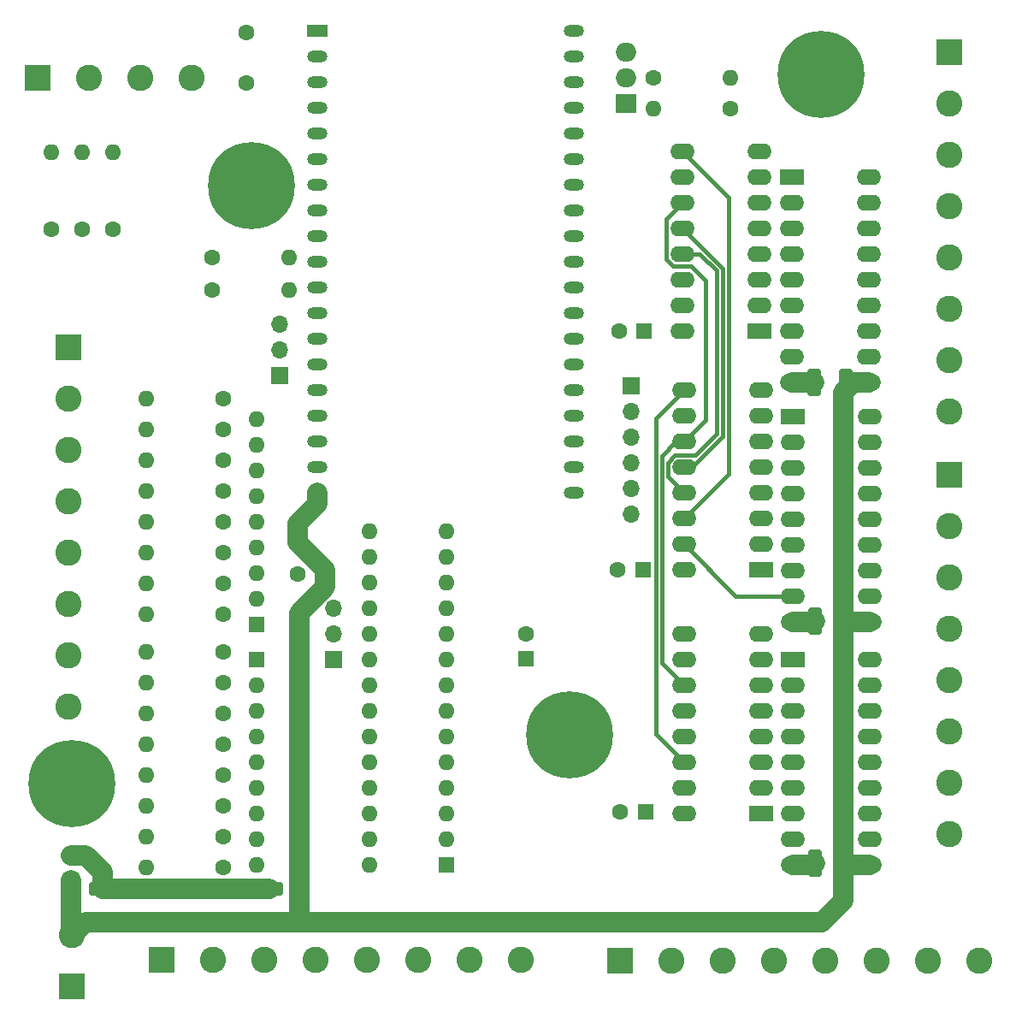
<source format=gbr>
%TF.GenerationSoftware,KiCad,Pcbnew,(7.0.0)*%
%TF.CreationDate,2023-05-27T01:43:55+02:00*%
%TF.ProjectId,workbench,776f726b-6265-46e6-9368-2e6b69636164,rev?*%
%TF.SameCoordinates,Original*%
%TF.FileFunction,Copper,L4,Bot*%
%TF.FilePolarity,Positive*%
%FSLAX46Y46*%
G04 Gerber Fmt 4.6, Leading zero omitted, Abs format (unit mm)*
G04 Created by KiCad (PCBNEW (7.0.0)) date 2023-05-27 01:43:55*
%MOMM*%
%LPD*%
G01*
G04 APERTURE LIST*
G04 Aperture macros list*
%AMRoundRect*
0 Rectangle with rounded corners*
0 $1 Rounding radius*
0 $2 $3 $4 $5 $6 $7 $8 $9 X,Y pos of 4 corners*
0 Add a 4 corners polygon primitive as box body*
4,1,4,$2,$3,$4,$5,$6,$7,$8,$9,$2,$3,0*
0 Add four circle primitives for the rounded corners*
1,1,$1+$1,$2,$3*
1,1,$1+$1,$4,$5*
1,1,$1+$1,$6,$7*
1,1,$1+$1,$8,$9*
0 Add four rect primitives between the rounded corners*
20,1,$1+$1,$2,$3,$4,$5,0*
20,1,$1+$1,$4,$5,$6,$7,0*
20,1,$1+$1,$6,$7,$8,$9,0*
20,1,$1+$1,$8,$9,$2,$3,0*%
G04 Aperture macros list end*
%TA.AperFunction,ComponentPad*%
%ADD10R,1.700000X1.700000*%
%TD*%
%TA.AperFunction,ComponentPad*%
%ADD11O,1.700000X1.700000*%
%TD*%
%TA.AperFunction,ComponentPad*%
%ADD12C,8.600000*%
%TD*%
%TA.AperFunction,ComponentPad*%
%ADD13C,0.900000*%
%TD*%
%TA.AperFunction,SMDPad,CuDef*%
%ADD14RoundRect,0.250000X1.100000X-0.412500X1.100000X0.412500X-1.100000X0.412500X-1.100000X-0.412500X0*%
%TD*%
%TA.AperFunction,SMDPad,CuDef*%
%ADD15RoundRect,0.250000X-0.412500X-1.100000X0.412500X-1.100000X0.412500X1.100000X-0.412500X1.100000X0*%
%TD*%
%TA.AperFunction,ComponentPad*%
%ADD16R,1.600000X1.600000*%
%TD*%
%TA.AperFunction,ComponentPad*%
%ADD17C,1.600000*%
%TD*%
%TA.AperFunction,ComponentPad*%
%ADD18O,1.600000X1.600000*%
%TD*%
%TA.AperFunction,ComponentPad*%
%ADD19R,2.400000X1.600000*%
%TD*%
%TA.AperFunction,ComponentPad*%
%ADD20O,2.400000X1.600000*%
%TD*%
%TA.AperFunction,ComponentPad*%
%ADD21R,2.600000X2.600000*%
%TD*%
%TA.AperFunction,ComponentPad*%
%ADD22C,2.600000*%
%TD*%
%TA.AperFunction,ComponentPad*%
%ADD23O,2.000000X1.200000*%
%TD*%
%TA.AperFunction,ComponentPad*%
%ADD24R,2.000000X1.200000*%
%TD*%
%TA.AperFunction,ComponentPad*%
%ADD25O,2.000000X1.905000*%
%TD*%
%TA.AperFunction,ComponentPad*%
%ADD26R,2.000000X1.905000*%
%TD*%
%TA.AperFunction,Conductor*%
%ADD27C,0.400000*%
%TD*%
%TA.AperFunction,Conductor*%
%ADD28C,2.000000*%
%TD*%
%TA.AperFunction,Conductor*%
%ADD29C,0.250000*%
%TD*%
G04 APERTURE END LIST*
D10*
%TO.P,J6,1,Pin_1*%
%TO.N,Net-(J6-Pin_1)*%
X121411999Y-81152999D03*
D11*
%TO.P,J6,2,Pin_2*%
%TO.N,Net-(J6-Pin_2)*%
X121411999Y-78612999D03*
%TO.P,J6,3,Pin_3*%
%TO.N,Net-(J6-Pin_3)*%
X121411999Y-76072999D03*
%TD*%
D10*
%TO.P,J8,1,Pin_1*%
%TO.N,Net-(J8-Pin_1)*%
X156209999Y-82168999D03*
D11*
%TO.P,J8,2,Pin_2*%
%TO.N,Net-(J8-Pin_2)*%
X156209999Y-84708999D03*
%TO.P,J8,3,Pin_3*%
%TO.N,Net-(J8-Pin_3)*%
X156209999Y-87248999D03*
%TO.P,J8,4,Pin_4*%
%TO.N,Net-(J8-Pin_4)*%
X156209999Y-89788999D03*
%TO.P,J8,5,Pin_5*%
%TO.N,Net-(J8-Pin_5)*%
X156209999Y-92328999D03*
%TO.P,J8,6,Pin_6*%
%TO.N,Net-(J8-Pin_6)*%
X156209999Y-94868999D03*
%TD*%
D12*
%TO.P,H4,1*%
%TO.N,N/C*%
X175006000Y-51308000D03*
D13*
X175006000Y-54533000D03*
X172725581Y-53588419D03*
X177286419Y-49027581D03*
X177286419Y-53588419D03*
X171781000Y-51308000D03*
X172725581Y-49027581D03*
X175006000Y-48083000D03*
X178231000Y-51308000D03*
%TD*%
D12*
%TO.P,H3,1*%
%TO.N,N/C*%
X118568000Y-62357000D03*
D13*
X118568000Y-65582000D03*
X116287581Y-64637419D03*
X120848419Y-60076581D03*
X120848419Y-64637419D03*
X115343000Y-62357000D03*
X116287581Y-60076581D03*
X118568000Y-59132000D03*
X121793000Y-62357000D03*
%TD*%
D12*
%TO.P,H2,1*%
%TO.N,N/C*%
X100788000Y-121539000D03*
D13*
X100788000Y-124764000D03*
X98507581Y-123819419D03*
X103068419Y-119258581D03*
X103068419Y-123819419D03*
X97563000Y-121539000D03*
X98507581Y-119258581D03*
X100788000Y-118314000D03*
X104013000Y-121539000D03*
%TD*%
D12*
%TO.P,H1,1*%
%TO.N,N/C*%
X150119600Y-116718600D03*
D13*
X150119600Y-119943600D03*
X147839181Y-118999019D03*
X152400019Y-114438181D03*
X152400019Y-118999019D03*
X146894600Y-116718600D03*
X147839181Y-114438181D03*
X150119600Y-113493600D03*
X153344600Y-116718600D03*
%TD*%
D14*
%TO.P,C18,1*%
%TO.N,+5V*%
X110490000Y-135078000D03*
%TO.P,C18,2*%
%TO.N,GND*%
X110490000Y-131953000D03*
%TD*%
%TO.P,C13,1*%
%TO.N,+5V*%
X113792000Y-135078000D03*
%TO.P,C13,2*%
%TO.N,GND*%
X113792000Y-131953000D03*
%TD*%
%TO.P,C12,2*%
%TO.N,GND*%
X117094000Y-131953000D03*
%TO.P,C12,1*%
%TO.N,+5V*%
X117094000Y-135078000D03*
%TD*%
%TO.P,C11,1*%
%TO.N,+5V*%
X120396000Y-135078000D03*
%TO.P,C11,2*%
%TO.N,GND*%
X120396000Y-131953000D03*
%TD*%
%TO.P,C10,1*%
%TO.N,+5V*%
X103886000Y-135078000D03*
%TO.P,C10,2*%
%TO.N,GND*%
X103886000Y-131953000D03*
%TD*%
%TO.P,C9,1*%
%TO.N,+5V*%
X107188000Y-135078000D03*
%TO.P,C9,2*%
%TO.N,GND*%
X107188000Y-131953000D03*
%TD*%
D15*
%TO.P,C8,1*%
%TO.N,GND*%
X174332500Y-81788000D03*
%TO.P,C8,2*%
%TO.N,+5V*%
X177457500Y-81788000D03*
%TD*%
%TO.P,C7,1*%
%TO.N,GND*%
X174371000Y-105410000D03*
%TO.P,C7,2*%
%TO.N,+5V*%
X177496000Y-105410000D03*
%TD*%
%TO.P,C6,1*%
%TO.N,GND*%
X174371000Y-129413000D03*
%TO.P,C6,2*%
%TO.N,+5V*%
X177496000Y-129413000D03*
%TD*%
D16*
%TO.P,C3,1*%
%TO.N,+5V*%
X100710999Y-131103399D03*
D17*
%TO.P,C3,2*%
%TO.N,GND*%
X100711000Y-128603400D03*
%TD*%
D10*
%TO.P,J5,1,Pin_1*%
%TO.N,Net-(J5-Pin_1)*%
X126745999Y-109219999D03*
D11*
%TO.P,J5,2,Pin_2*%
%TO.N,Net-(J5-Pin_2)*%
X126745999Y-106679999D03*
%TO.P,J5,3,Pin_3*%
%TO.N,Net-(J5-Pin_3)*%
X126745999Y-104139999D03*
%TD*%
D17*
%TO.P,C2,1*%
%TO.N,+5V*%
X123190000Y-95758000D03*
%TO.P,C2,2*%
%TO.N,GND*%
X123190000Y-100758000D03*
%TD*%
%TO.P,C1,1*%
%TO.N,+3.3V*%
X118110000Y-47197000D03*
%TO.P,C1,2*%
%TO.N,GND*%
X118110000Y-52197000D03*
%TD*%
%TO.P,R53,1*%
%TO.N,+3.3V*%
X165989000Y-54737000D03*
D18*
%TO.P,R53,2*%
%TO.N,Net-(Q3-D)*%
X158368999Y-54736999D03*
%TD*%
D17*
%TO.P,R1,1*%
%TO.N,Net-(RN2-R1)*%
X115824000Y-108458000D03*
D18*
%TO.P,R1,2*%
%TO.N,Net-(J11-Pin_8)*%
X108203999Y-108457999D03*
%TD*%
D17*
%TO.P,R52,1*%
%TO.N,Net-(Q3-G)*%
X158369000Y-51689000D03*
D18*
%TO.P,R52,2*%
%TO.N,GND*%
X165988999Y-51688999D03*
%TD*%
D17*
%TO.P,R19,1*%
%TO.N,+3.3V*%
X114681000Y-69469000D03*
D18*
%TO.P,R19,2*%
%TO.N,Net-(U11-DAC_2{slash}ADC2_CH9{slash}GPIO26)*%
X122300999Y-69468999D03*
%TD*%
D19*
%TO.P,U10,1,I1*%
%TO.N,/Chan24*%
X172158999Y-109219999D03*
D20*
%TO.P,U10,2,I2*%
%TO.N,/Chan23*%
X172158999Y-111759999D03*
%TO.P,U10,3,I3*%
%TO.N,/Chan22*%
X172158999Y-114299999D03*
%TO.P,U10,4,I4*%
%TO.N,/Chan21*%
X172158999Y-116839999D03*
%TO.P,U10,5,I5*%
%TO.N,/Chan20*%
X172158999Y-119379999D03*
%TO.P,U10,6,I6*%
%TO.N,/Chan19*%
X172158999Y-121919999D03*
%TO.P,U10,7,I7*%
%TO.N,/Chan18*%
X172158999Y-124459999D03*
%TO.P,U10,8,I8*%
%TO.N,/Chan17*%
X172158999Y-126999999D03*
%TO.P,U10,9,GND*%
%TO.N,GND*%
X172158999Y-129539999D03*
%TO.P,U10,10,COM*%
%TO.N,+5V*%
X179778999Y-129539999D03*
%TO.P,U10,11,O8*%
%TO.N,Net-(J9-Pin_8)*%
X179778999Y-126999999D03*
%TO.P,U10,12,O7*%
%TO.N,Net-(J9-Pin_7)*%
X179778999Y-124459999D03*
%TO.P,U10,13,O6*%
%TO.N,Net-(J9-Pin_6)*%
X179778999Y-121919999D03*
%TO.P,U10,14,O5*%
%TO.N,Net-(J9-Pin_5)*%
X179778999Y-119379999D03*
%TO.P,U10,15,O4*%
%TO.N,Net-(J9-Pin_4)*%
X179778999Y-116839999D03*
%TO.P,U10,16,O3*%
%TO.N,Net-(J9-Pin_3)*%
X179778999Y-114299999D03*
%TO.P,U10,17,O2*%
%TO.N,Net-(J9-Pin_2)*%
X179778999Y-111759999D03*
%TO.P,U10,18,O1*%
%TO.N,Net-(J9-Pin_1)*%
X179778999Y-109219999D03*
%TD*%
D17*
%TO.P,R2,1*%
%TO.N,Net-(RN2-R2)*%
X115824000Y-111506000D03*
D18*
%TO.P,R2,2*%
%TO.N,Net-(J11-Pin_7)*%
X108203999Y-111505999D03*
%TD*%
D17*
%TO.P,R20,1*%
%TO.N,+3.3V*%
X114681000Y-72644000D03*
D18*
%TO.P,R20,2*%
%TO.N,Net-(U11-ADC2_CH7{slash}GPIO27)*%
X122300999Y-72643999D03*
%TD*%
D19*
%TO.P,U4,1,QB*%
%TO.N,/Chan18*%
X169036999Y-124459999D03*
D20*
%TO.P,U4,2,QC*%
%TO.N,/Chan19*%
X169036999Y-121919999D03*
%TO.P,U4,3,QD*%
%TO.N,/Chan20*%
X169036999Y-119379999D03*
%TO.P,U4,4,QE*%
%TO.N,/Chan21*%
X169036999Y-116839999D03*
%TO.P,U4,5,QF*%
%TO.N,/Chan22*%
X169036999Y-114299999D03*
%TO.P,U4,6,QG*%
%TO.N,/Chan23*%
X169036999Y-111759999D03*
%TO.P,U4,7,QH*%
%TO.N,/Chan24*%
X169036999Y-109219999D03*
%TO.P,U4,8,GND*%
%TO.N,GND*%
X169036999Y-106679999D03*
%TO.P,U4,9,QH'*%
%TO.N,unconnected-(U4-QH'-Pad9)*%
X161416999Y-106679999D03*
%TO.P,U4,10,~{SRCLR}*%
%TO.N,+3.3V*%
X161416999Y-109219999D03*
%TO.P,U4,11,SRCLK*%
%TO.N,Net-(U11-GPIO22)*%
X161416999Y-111759999D03*
%TO.P,U4,12,RCLK*%
%TO.N,Net-(U11-GPIO21)*%
X161416999Y-114299999D03*
%TO.P,U4,13,~{OE}*%
%TO.N,Net-(Q3-D)*%
X161416999Y-116839999D03*
%TO.P,U4,14,SER*%
%TO.N,Net-(U4-SER)*%
X161416999Y-119379999D03*
%TO.P,U4,15,QA*%
%TO.N,/Chan17*%
X161416999Y-121919999D03*
%TO.P,U4,16,VCC*%
%TO.N,+3.3V*%
X161416999Y-124459999D03*
%TD*%
D16*
%TO.P,C16,1*%
%TO.N,+3.3V*%
X157606999Y-124332999D03*
D17*
%TO.P,C16,2*%
%TO.N,GND*%
X155107000Y-124333000D03*
%TD*%
D19*
%TO.P,U2,1,QB*%
%TO.N,/Chan2*%
X168909999Y-76707999D03*
D20*
%TO.P,U2,2,QC*%
%TO.N,/Chan3*%
X168909999Y-74167999D03*
%TO.P,U2,3,QD*%
%TO.N,/Chan4*%
X168909999Y-71627999D03*
%TO.P,U2,4,QE*%
%TO.N,/Chan5*%
X168909999Y-69087999D03*
%TO.P,U2,5,QF*%
%TO.N,/Chan6*%
X168909999Y-66547999D03*
%TO.P,U2,6,QG*%
%TO.N,/Chan7*%
X168909999Y-64007999D03*
%TO.P,U2,7,QH*%
%TO.N,/Chan8*%
X168909999Y-61467999D03*
%TO.P,U2,8,GND*%
%TO.N,GND*%
X168909999Y-58927999D03*
%TO.P,U2,9,QH'*%
%TO.N,Net-(U2-QH')*%
X161289999Y-58927999D03*
%TO.P,U2,10,~{SRCLR}*%
%TO.N,+3.3V*%
X161289999Y-61467999D03*
%TO.P,U2,11,SRCLK*%
%TO.N,Net-(U11-GPIO22)*%
X161289999Y-64007999D03*
%TO.P,U2,12,RCLK*%
%TO.N,Net-(U11-GPIO21)*%
X161289999Y-66547999D03*
%TO.P,U2,13,~{OE}*%
%TO.N,Net-(Q3-D)*%
X161289999Y-69087999D03*
%TO.P,U2,14,SER*%
%TO.N,Net-(U11-GPIO19)*%
X161289999Y-71627999D03*
%TO.P,U2,15,QA*%
%TO.N,/Chan1*%
X161289999Y-74167999D03*
%TO.P,U2,16,VCC*%
%TO.N,+3.3V*%
X161289999Y-76707999D03*
%TD*%
D16*
%TO.P,U6,1,GPB0*%
%TO.N,Net-(RN1-R1)*%
X137921999Y-129539999D03*
D18*
%TO.P,U6,2,GPB1*%
%TO.N,Net-(RN1-R2)*%
X137921999Y-126999999D03*
%TO.P,U6,3,GPB2*%
%TO.N,Net-(RN1-R3)*%
X137921999Y-124459999D03*
%TO.P,U6,4,GPB3*%
%TO.N,Net-(RN1-R4)*%
X137921999Y-121919999D03*
%TO.P,U6,5,GPB4*%
%TO.N,Net-(RN1-R5)*%
X137921999Y-119379999D03*
%TO.P,U6,6,GPB5*%
%TO.N,Net-(RN1-R6)*%
X137921999Y-116839999D03*
%TO.P,U6,7,GPB6*%
%TO.N,Net-(RN1-R7)*%
X137921999Y-114299999D03*
%TO.P,U6,8,GPB7*%
%TO.N,Net-(RN1-R8)*%
X137921999Y-111759999D03*
%TO.P,U6,9,VDD*%
%TO.N,+3.3V*%
X137921999Y-109219999D03*
%TO.P,U6,10,VSS*%
%TO.N,GND*%
X137921999Y-106679999D03*
%TO.P,U6,11,NC*%
%TO.N,unconnected-(U6-NC-Pad11)*%
X137921999Y-104139999D03*
%TO.P,U6,12,SCK*%
%TO.N,Net-(U11-ADC2_CH7{slash}GPIO27)*%
X137921999Y-101599999D03*
%TO.P,U6,13,SDA*%
%TO.N,Net-(U11-DAC_2{slash}ADC2_CH9{slash}GPIO26)*%
X137921999Y-99059999D03*
%TO.P,U6,14,NC*%
%TO.N,unconnected-(U6-NC-Pad14)*%
X137921999Y-96519999D03*
%TO.P,U6,15,A0*%
%TO.N,GND*%
X130301999Y-96519999D03*
%TO.P,U6,16,A1*%
X130301999Y-99059999D03*
%TO.P,U6,17,A2*%
X130301999Y-101599999D03*
%TO.P,U6,18,~{RESET}*%
%TO.N,Net-(J5-Pin_3)*%
X130301999Y-104139999D03*
%TO.P,U6,19,INTB*%
%TO.N,Net-(J5-Pin_2)*%
X130301999Y-106679999D03*
%TO.P,U6,20,INTA*%
%TO.N,Net-(J5-Pin_1)*%
X130301999Y-109219999D03*
%TO.P,U6,21,GPA0*%
%TO.N,Net-(RN2-R1)*%
X130301999Y-111759999D03*
%TO.P,U6,22,GPA1*%
%TO.N,Net-(RN2-R2)*%
X130301999Y-114299999D03*
%TO.P,U6,23,GPA2*%
%TO.N,Net-(RN2-R3)*%
X130301999Y-116839999D03*
%TO.P,U6,24,GPA3*%
%TO.N,Net-(RN2-R4)*%
X130301999Y-119379999D03*
%TO.P,U6,25,GPA4*%
%TO.N,Net-(RN2-R5)*%
X130301999Y-121919999D03*
%TO.P,U6,26,GPA5*%
%TO.N,Net-(RN2-R6)*%
X130301999Y-124459999D03*
%TO.P,U6,27,GPA6*%
%TO.N,Net-(RN2-R7)*%
X130301999Y-126999999D03*
%TO.P,U6,28,GPA7*%
%TO.N,Net-(RN2-R8)*%
X130301999Y-129539999D03*
%TD*%
D21*
%TO.P,J2,1,Pin_1*%
%TO.N,Net-(J2-Pin_1)*%
X187705999Y-90931999D03*
D22*
%TO.P,J2,2,Pin_2*%
%TO.N,Net-(J2-Pin_2)*%
X187706000Y-96012000D03*
%TO.P,J2,3,Pin_3*%
%TO.N,Net-(J2-Pin_3)*%
X187706000Y-101092000D03*
%TO.P,J2,4,Pin_4*%
%TO.N,Net-(J2-Pin_4)*%
X187706000Y-106172000D03*
%TO.P,J2,5,Pin_5*%
%TO.N,Net-(J2-Pin_5)*%
X187706000Y-111252000D03*
%TO.P,J2,6,Pin_6*%
%TO.N,Net-(J2-Pin_6)*%
X187706000Y-116332000D03*
%TO.P,J2,7,Pin_7*%
%TO.N,Net-(J2-Pin_7)*%
X187706000Y-121412000D03*
%TO.P,J2,8,Pin_8*%
%TO.N,Net-(J2-Pin_8)*%
X187706000Y-126492000D03*
%TD*%
%TO.P,J3,8,Pin_8*%
%TO.N,Net-(J3-Pin_8)*%
X100457000Y-113919000D03*
%TO.P,J3,7,Pin_7*%
%TO.N,Net-(J3-Pin_7)*%
X100457000Y-108839000D03*
%TO.P,J3,6,Pin_6*%
%TO.N,Net-(J3-Pin_6)*%
X100457000Y-103759000D03*
%TO.P,J3,5,Pin_5*%
%TO.N,Net-(J3-Pin_5)*%
X100457000Y-98679000D03*
%TO.P,J3,4,Pin_4*%
%TO.N,Net-(J3-Pin_4)*%
X100457000Y-93599000D03*
%TO.P,J3,3,Pin_3*%
%TO.N,Net-(J3-Pin_3)*%
X100457000Y-88519000D03*
%TO.P,J3,2,Pin_2*%
%TO.N,Net-(J3-Pin_2)*%
X100457000Y-83439000D03*
D21*
%TO.P,J3,1,Pin_1*%
%TO.N,Net-(J3-Pin_1)*%
X100456999Y-78358999D03*
%TD*%
D16*
%TO.P,C17,1*%
%TO.N,+3.3V*%
X157479999Y-76707999D03*
D17*
%TO.P,C17,2*%
%TO.N,GND*%
X154980000Y-76708000D03*
%TD*%
D23*
%TO.P,U11,38,GND*%
%TO.N,GND*%
X150494999Y-46989999D03*
%TO.P,U11,37,GPIO23*%
%TO.N,Net-(Q3-G)*%
X150494999Y-49529999D03*
%TO.P,U11,36,GPIO22*%
%TO.N,Net-(U11-GPIO22)*%
X150494999Y-52069999D03*
%TO.P,U11,35,U0TXD/GPIO1*%
%TO.N,unconnected-(U11-U0TXD{slash}GPIO1-Pad35)*%
X150494999Y-54609999D03*
%TO.P,U11,34,U0RXD/GPIO3*%
%TO.N,unconnected-(U11-U0RXD{slash}GPIO3-Pad34)*%
X150494999Y-57149999D03*
%TO.P,U11,33,GPIO21*%
%TO.N,Net-(U11-GPIO21)*%
X150494999Y-59689999D03*
%TO.P,U11,32,GND*%
%TO.N,unconnected-(U11-GND-Pad32)*%
X150494999Y-62229999D03*
%TO.P,U11,31,GPIO19*%
%TO.N,Net-(U11-GPIO19)*%
X150494999Y-64769999D03*
%TO.P,U11,30,GPIO18*%
%TO.N,Net-(J8-Pin_1)*%
X150494999Y-67309999D03*
%TO.P,U11,29,\u002AGPIO5*%
%TO.N,Net-(J8-Pin_2)*%
X150494999Y-69849999D03*
%TO.P,U11,28,GPIO17*%
%TO.N,Net-(J8-Pin_3)*%
X150494999Y-72389999D03*
%TO.P,U11,27,GPIO16*%
%TO.N,Net-(J8-Pin_4)*%
X150494999Y-74929999D03*
%TO.P,U11,26,ADC2_CH0/GPIO4*%
%TO.N,Net-(J8-Pin_5)*%
X150494999Y-77469999D03*
%TO.P,U11,25,\u002AGPIO0/BOOT/ADC2_CH1*%
%TO.N,unconnected-(U11-\u002AGPIO0{slash}BOOT{slash}ADC2_CH1-Pad25)*%
X150494999Y-80009999D03*
%TO.P,U11,24,ADC2_CH2/\u002AGPIO2*%
%TO.N,Net-(J8-Pin_6)*%
X150494999Y-82549999D03*
%TO.P,U11,23,\u002AMTDO/GPIO15/ADC2_CH3*%
%TO.N,unconnected-(U11-\u002AMTDO{slash}GPIO15{slash}ADC2_CH3-Pad23)*%
X150494999Y-85089999D03*
%TO.P,U11,22,SD_DATA1/GPIO8*%
%TO.N,unconnected-(U11-SD_DATA1{slash}GPIO8-Pad22)*%
X150494999Y-87629999D03*
%TO.P,U11,21,SD_DATA0/GPIO7*%
%TO.N,unconnected-(U11-SD_DATA0{slash}GPIO7-Pad21)*%
X150491319Y-90167279D03*
%TO.P,U11,20,SD_CLK/GPIO6*%
%TO.N,unconnected-(U11-SD_CLK{slash}GPIO6-Pad20)*%
X150491319Y-92707279D03*
%TO.P,U11,19,5V*%
%TO.N,+5V*%
X125094999Y-92709999D03*
%TO.P,U11,18,CMD*%
%TO.N,unconnected-(U11-CMD-Pad18)*%
X125094999Y-90169999D03*
%TO.P,U11,17,SD_DATA3/GPIO10*%
%TO.N,unconnected-(U11-SD_DATA3{slash}GPIO10-Pad17)*%
X125094999Y-87629999D03*
%TO.P,U11,16,SD_DATA2/GPIO9*%
%TO.N,unconnected-(U11-SD_DATA2{slash}GPIO9-Pad16)*%
X125094999Y-85089999D03*
%TO.P,U11,15,MTCK/GPIO13/ADC2_CH4*%
%TO.N,Net-(J6-Pin_1)*%
X125094999Y-82549999D03*
%TO.P,U11,14,GND*%
%TO.N,unconnected-(U11-GND-Pad14)*%
X125094999Y-80009999D03*
%TO.P,U11,13,\u002AMTDI/GPIO12/ADC2_CH5*%
%TO.N,Net-(J6-Pin_2)*%
X125094999Y-77469999D03*
%TO.P,U11,12,MTMS/GPIO14/ADC2_CH6*%
%TO.N,Net-(J6-Pin_3)*%
X125094999Y-74929999D03*
%TO.P,U11,11,ADC2_CH7/GPIO27*%
%TO.N,Net-(U11-ADC2_CH7{slash}GPIO27)*%
X125094999Y-72389999D03*
%TO.P,U11,10,DAC_2/ADC2_CH9/GPIO26*%
%TO.N,Net-(U11-DAC_2{slash}ADC2_CH9{slash}GPIO26)*%
X125094999Y-69849999D03*
%TO.P,U11,9,DAC_1/ADC2_CH8/GPIO25*%
%TO.N,Net-(J10-Pin_1)*%
X125094999Y-67309999D03*
%TO.P,U11,8,32K_XN/GPIO33/ADC1_CH5*%
%TO.N,Net-(J10-Pin_2)*%
X125094999Y-64769999D03*
%TO.P,U11,7,32K_XP/GPIO32/ADC1_CH4*%
%TO.N,Net-(J10-Pin_3)*%
X125094999Y-62229999D03*
%TO.P,U11,6,VDET_2/GPIO35/ADC1_CH7*%
%TO.N,unconnected-(U11-VDET_2{slash}GPIO35{slash}ADC1_CH7-Pad6)*%
X125094999Y-59689999D03*
%TO.P,U11,5,VDET_1/GPIO34/ADC1_CH6*%
%TO.N,unconnected-(U11-VDET_1{slash}GPIO34{slash}ADC1_CH6-Pad5)*%
X125094999Y-57149999D03*
%TO.P,U11,4,SENSOR_VN/GPIO39/ADC1_CH3*%
%TO.N,unconnected-(U11-SENSOR_VN{slash}GPIO39{slash}ADC1_CH3-Pad4)*%
X125094999Y-54609999D03*
%TO.P,U11,3,SENSOR_VP/GPIO36/ADC1_CH0*%
%TO.N,unconnected-(U11-SENSOR_VP{slash}GPIO36{slash}ADC1_CH0-Pad3)*%
X125094999Y-52069999D03*
%TO.P,U11,2,CHIP_PU*%
%TO.N,unconnected-(U11-CHIP_PU-Pad2)*%
X125094999Y-49529999D03*
D24*
%TO.P,U11,1,3V3*%
%TO.N,+3.3V*%
X125094999Y-46989999D03*
%TD*%
D17*
%TO.P,R6,1*%
%TO.N,Net-(RN2-R6)*%
X115824000Y-123698000D03*
D18*
%TO.P,R6,2*%
%TO.N,Net-(J11-Pin_3)*%
X108203999Y-123697999D03*
%TD*%
D21*
%TO.P,J4,1,Pin_1*%
%TO.N,Net-(J4-Pin_1)*%
X187705999Y-49148999D03*
D22*
%TO.P,J4,2,Pin_2*%
%TO.N,Net-(J4-Pin_2)*%
X187706000Y-54229000D03*
%TO.P,J4,3,Pin_3*%
%TO.N,Net-(J4-Pin_3)*%
X187706000Y-59309000D03*
%TO.P,J4,4,Pin_4*%
%TO.N,Net-(J4-Pin_4)*%
X187706000Y-64389000D03*
%TO.P,J4,5,Pin_5*%
%TO.N,Net-(J4-Pin_5)*%
X187706000Y-69469000D03*
%TO.P,J4,6,Pin_6*%
%TO.N,Net-(J4-Pin_6)*%
X187706000Y-74549000D03*
%TO.P,J4,7,Pin_7*%
%TO.N,Net-(J4-Pin_7)*%
X187706000Y-79629000D03*
%TO.P,J4,8,Pin_8*%
%TO.N,Net-(J4-Pin_8)*%
X187706000Y-84709000D03*
%TD*%
D18*
%TO.P,R9,2*%
%TO.N,Net-(J3-Pin_8)*%
X108203999Y-104774999D03*
D17*
%TO.P,R9,1*%
%TO.N,Net-(RN1-R1)*%
X115824000Y-104775000D03*
%TD*%
%TO.P,R13,1*%
%TO.N,Net-(RN1-R5)*%
X115824000Y-92583000D03*
D18*
%TO.P,R13,2*%
%TO.N,Net-(J3-Pin_4)*%
X108203999Y-92582999D03*
%TD*%
D17*
%TO.P,R3,1*%
%TO.N,Net-(RN2-R3)*%
X115824000Y-114554000D03*
D18*
%TO.P,R3,2*%
%TO.N,Net-(J11-Pin_6)*%
X108203999Y-114553999D03*
%TD*%
D17*
%TO.P,R22,1*%
%TO.N,+3.3V*%
X101854000Y-66675000D03*
D18*
%TO.P,R22,2*%
%TO.N,Net-(J10-Pin_2)*%
X101853999Y-59054999D03*
%TD*%
D16*
%TO.P,C14,1*%
%TO.N,+3.3V*%
X145795999Y-109179999D03*
D17*
%TO.P,C14,2*%
%TO.N,GND*%
X145796000Y-106680000D03*
%TD*%
%TO.P,R12,1*%
%TO.N,Net-(RN1-R4)*%
X115824000Y-95631000D03*
D18*
%TO.P,R12,2*%
%TO.N,Net-(J3-Pin_5)*%
X108203999Y-95630999D03*
%TD*%
D19*
%TO.P,U7,1,QB*%
%TO.N,/Chan10*%
X169036999Y-100393999D03*
D20*
%TO.P,U7,2,QC*%
%TO.N,/Chan11*%
X169036999Y-97853999D03*
%TO.P,U7,3,QD*%
%TO.N,/Chan12*%
X169036999Y-95313999D03*
%TO.P,U7,4,QE*%
%TO.N,/Chan13*%
X169036999Y-92773999D03*
%TO.P,U7,5,QF*%
%TO.N,/Chan14*%
X169036999Y-90233999D03*
%TO.P,U7,6,QG*%
%TO.N,/Chan15*%
X169036999Y-87693999D03*
%TO.P,U7,7,QH*%
%TO.N,/Chan16*%
X169036999Y-85153999D03*
%TO.P,U7,8,GND*%
%TO.N,GND*%
X169036999Y-82613999D03*
%TO.P,U7,9,QH'*%
%TO.N,Net-(U4-SER)*%
X161416999Y-82613999D03*
%TO.P,U7,10,~{SRCLR}*%
%TO.N,+3.3V*%
X161416999Y-85153999D03*
%TO.P,U7,11,SRCLK*%
%TO.N,Net-(U11-GPIO22)*%
X161416999Y-87693999D03*
%TO.P,U7,12,RCLK*%
%TO.N,Net-(U11-GPIO21)*%
X161416999Y-90233999D03*
%TO.P,U7,13,~{OE}*%
%TO.N,Net-(Q3-D)*%
X161416999Y-92773999D03*
%TO.P,U7,14,SER*%
%TO.N,Net-(U2-QH')*%
X161416999Y-95313999D03*
%TO.P,U7,15,QA*%
%TO.N,/Chan9*%
X161416999Y-97853999D03*
%TO.P,U7,16,VCC*%
%TO.N,+3.3V*%
X161416999Y-100393999D03*
%TD*%
D17*
%TO.P,R7,1*%
%TO.N,Net-(RN2-R7)*%
X115824000Y-126746000D03*
D18*
%TO.P,R7,2*%
%TO.N,Net-(J11-Pin_2)*%
X108203999Y-126745999D03*
%TD*%
D25*
%TO.P,Q3,3,S*%
%TO.N,GND*%
X155701999Y-49148999D03*
%TO.P,Q3,2,G*%
%TO.N,Net-(Q3-G)*%
X155701999Y-51688999D03*
D26*
%TO.P,Q3,1,D*%
%TO.N,Net-(Q3-D)*%
X155701999Y-54228999D03*
%TD*%
D22*
%TO.P,J9,8,Pin_8*%
%TO.N,Net-(J9-Pin_8)*%
X190627000Y-139065000D03*
%TO.P,J9,7,Pin_7*%
%TO.N,Net-(J9-Pin_7)*%
X185547000Y-139065000D03*
%TO.P,J9,6,Pin_6*%
%TO.N,Net-(J9-Pin_6)*%
X180467000Y-139065000D03*
%TO.P,J9,5,Pin_5*%
%TO.N,Net-(J9-Pin_5)*%
X175387000Y-139065000D03*
%TO.P,J9,4,Pin_4*%
%TO.N,Net-(J9-Pin_4)*%
X170307000Y-139065000D03*
%TO.P,J9,3,Pin_3*%
%TO.N,Net-(J9-Pin_3)*%
X165227000Y-139065000D03*
%TO.P,J9,2,Pin_2*%
%TO.N,Net-(J9-Pin_2)*%
X160147000Y-139065000D03*
D21*
%TO.P,J9,1,Pin_1*%
%TO.N,Net-(J9-Pin_1)*%
X155066999Y-139064999D03*
%TD*%
D19*
%TO.P,U3,1,I1*%
%TO.N,/Chan8*%
X172084999Y-61467999D03*
D20*
%TO.P,U3,2,I2*%
%TO.N,/Chan7*%
X172084999Y-64007999D03*
%TO.P,U3,3,I3*%
%TO.N,/Chan6*%
X172084999Y-66547999D03*
%TO.P,U3,4,I4*%
%TO.N,/Chan5*%
X172084999Y-69087999D03*
%TO.P,U3,5,I5*%
%TO.N,/Chan4*%
X172084999Y-71627999D03*
%TO.P,U3,6,I6*%
%TO.N,/Chan3*%
X172084999Y-74167999D03*
%TO.P,U3,7,I7*%
%TO.N,/Chan2*%
X172084999Y-76707999D03*
%TO.P,U3,8,I8*%
%TO.N,/Chan1*%
X172084999Y-79247999D03*
%TO.P,U3,9,GND*%
%TO.N,GND*%
X172084999Y-81787999D03*
%TO.P,U3,10,COM*%
%TO.N,+5V*%
X179704999Y-81787999D03*
%TO.P,U3,11,O8*%
%TO.N,Net-(J4-Pin_8)*%
X179704999Y-79247999D03*
%TO.P,U3,12,O7*%
%TO.N,Net-(J4-Pin_7)*%
X179704999Y-76707999D03*
%TO.P,U3,13,O6*%
%TO.N,Net-(J4-Pin_6)*%
X179704999Y-74167999D03*
%TO.P,U3,14,O5*%
%TO.N,Net-(J4-Pin_5)*%
X179704999Y-71627999D03*
%TO.P,U3,15,O4*%
%TO.N,Net-(J4-Pin_4)*%
X179704999Y-69087999D03*
%TO.P,U3,16,O3*%
%TO.N,Net-(J4-Pin_3)*%
X179704999Y-66547999D03*
%TO.P,U3,17,O2*%
%TO.N,Net-(J4-Pin_2)*%
X179704999Y-64007999D03*
%TO.P,U3,18,O1*%
%TO.N,Net-(J4-Pin_1)*%
X179704999Y-61467999D03*
%TD*%
D17*
%TO.P,R16,1*%
%TO.N,Net-(RN1-R8)*%
X115824000Y-83439000D03*
D18*
%TO.P,R16,2*%
%TO.N,Net-(J3-Pin_1)*%
X108203999Y-83438999D03*
%TD*%
D17*
%TO.P,R11,1*%
%TO.N,Net-(RN1-R3)*%
X115824000Y-98679000D03*
D18*
%TO.P,R11,2*%
%TO.N,Net-(J3-Pin_6)*%
X108203999Y-98678999D03*
%TD*%
D21*
%TO.P,J11,1,Pin_1*%
%TO.N,Net-(J11-Pin_1)*%
X109727999Y-138937999D03*
D22*
%TO.P,J11,2,Pin_2*%
%TO.N,Net-(J11-Pin_2)*%
X114808000Y-138938000D03*
%TO.P,J11,3,Pin_3*%
%TO.N,Net-(J11-Pin_3)*%
X119888000Y-138938000D03*
%TO.P,J11,4,Pin_4*%
%TO.N,Net-(J11-Pin_4)*%
X124968000Y-138938000D03*
%TO.P,J11,5,Pin_5*%
%TO.N,Net-(J11-Pin_5)*%
X130048000Y-138938000D03*
%TO.P,J11,6,Pin_6*%
%TO.N,Net-(J11-Pin_6)*%
X135128000Y-138938000D03*
%TO.P,J11,7,Pin_7*%
%TO.N,Net-(J11-Pin_7)*%
X140208000Y-138938000D03*
%TO.P,J11,8,Pin_8*%
%TO.N,Net-(J11-Pin_8)*%
X145288000Y-138938000D03*
%TD*%
D17*
%TO.P,R35,1*%
%TO.N,+3.3V*%
X98806000Y-66675000D03*
D18*
%TO.P,R35,2*%
%TO.N,Net-(J10-Pin_1)*%
X98805999Y-59054999D03*
%TD*%
D17*
%TO.P,R4,1*%
%TO.N,Net-(RN2-R4)*%
X115824000Y-117602000D03*
D18*
%TO.P,R4,2*%
%TO.N,Net-(J11-Pin_5)*%
X108203999Y-117601999D03*
%TD*%
D17*
%TO.P,R21,1*%
%TO.N,+3.3V*%
X104902000Y-66675000D03*
D18*
%TO.P,R21,2*%
%TO.N,Net-(J10-Pin_3)*%
X104901999Y-59054999D03*
%TD*%
D19*
%TO.P,U9,1,I1*%
%TO.N,/Chan16*%
X172211999Y-85216999D03*
D20*
%TO.P,U9,2,I2*%
%TO.N,/Chan15*%
X172211999Y-87756999D03*
%TO.P,U9,3,I3*%
%TO.N,/Chan14*%
X172211999Y-90296999D03*
%TO.P,U9,4,I4*%
%TO.N,/Chan13*%
X172211999Y-92836999D03*
%TO.P,U9,5,I5*%
%TO.N,/Chan12*%
X172211999Y-95376999D03*
%TO.P,U9,6,I6*%
%TO.N,/Chan11*%
X172211999Y-97916999D03*
%TO.P,U9,7,I7*%
%TO.N,/Chan10*%
X172211999Y-100456999D03*
%TO.P,U9,8,I8*%
%TO.N,/Chan9*%
X172211999Y-102996999D03*
%TO.P,U9,9,GND*%
%TO.N,GND*%
X172211999Y-105536999D03*
%TO.P,U9,10,COM*%
%TO.N,+5V*%
X179831999Y-105536999D03*
%TO.P,U9,11,O8*%
%TO.N,Net-(J2-Pin_8)*%
X179831999Y-102996999D03*
%TO.P,U9,12,O7*%
%TO.N,Net-(J2-Pin_7)*%
X179831999Y-100456999D03*
%TO.P,U9,13,O6*%
%TO.N,Net-(J2-Pin_6)*%
X179831999Y-97916999D03*
%TO.P,U9,14,O5*%
%TO.N,Net-(J2-Pin_5)*%
X179831999Y-95376999D03*
%TO.P,U9,15,O4*%
%TO.N,Net-(J2-Pin_4)*%
X179831999Y-92836999D03*
%TO.P,U9,16,O3*%
%TO.N,Net-(J2-Pin_3)*%
X179831999Y-90296999D03*
%TO.P,U9,17,O2*%
%TO.N,Net-(J2-Pin_2)*%
X179831999Y-87756999D03*
%TO.P,U9,18,O1*%
%TO.N,Net-(J2-Pin_1)*%
X179831999Y-85216999D03*
%TD*%
D17*
%TO.P,R10,1*%
%TO.N,Net-(RN1-R2)*%
X115824000Y-101727000D03*
D18*
%TO.P,R10,2*%
%TO.N,Net-(J3-Pin_7)*%
X108203999Y-101726999D03*
%TD*%
%TO.P,R5,2*%
%TO.N,Net-(J11-Pin_4)*%
X108203999Y-120649999D03*
D17*
%TO.P,R5,1*%
%TO.N,Net-(RN2-R5)*%
X115824000Y-120650000D03*
%TD*%
D21*
%TO.P,J10,1,Pin_1*%
%TO.N,Net-(J10-Pin_1)*%
X97408999Y-51688999D03*
D22*
%TO.P,J10,2,Pin_2*%
%TO.N,Net-(J10-Pin_2)*%
X102489000Y-51689000D03*
%TO.P,J10,3,Pin_3*%
%TO.N,Net-(J10-Pin_3)*%
X107569000Y-51689000D03*
%TO.P,J10,4,Pin_4*%
%TO.N,GND*%
X112649000Y-51689000D03*
%TD*%
D17*
%TO.P,R15,1*%
%TO.N,Net-(RN1-R7)*%
X115824000Y-86487000D03*
D18*
%TO.P,R15,2*%
%TO.N,Net-(J3-Pin_2)*%
X108203999Y-86486999D03*
%TD*%
D17*
%TO.P,R14,1*%
%TO.N,Net-(RN1-R6)*%
X115824000Y-89535000D03*
D18*
%TO.P,R14,2*%
%TO.N,Net-(J3-Pin_3)*%
X108203999Y-89534999D03*
%TD*%
D21*
%TO.P,J1,1,Pin_1*%
%TO.N,GND*%
X100837999Y-141604999D03*
D22*
%TO.P,J1,2,Pin_2*%
%TO.N,+5V*%
X100838000Y-136525000D03*
%TD*%
D16*
%TO.P,RN1,1,common*%
%TO.N,+3.3V*%
X119125999Y-105790999D03*
D18*
%TO.P,RN1,2,R1*%
%TO.N,Net-(RN1-R1)*%
X119125999Y-103250999D03*
%TO.P,RN1,3,R2*%
%TO.N,Net-(RN1-R2)*%
X119125999Y-100710999D03*
%TO.P,RN1,4,R3*%
%TO.N,Net-(RN1-R3)*%
X119125999Y-98170999D03*
%TO.P,RN1,5,R4*%
%TO.N,Net-(RN1-R4)*%
X119125999Y-95630999D03*
%TO.P,RN1,6,R5*%
%TO.N,Net-(RN1-R5)*%
X119125999Y-93090999D03*
%TO.P,RN1,7,R6*%
%TO.N,Net-(RN1-R6)*%
X119125999Y-90550999D03*
%TO.P,RN1,8,R7*%
%TO.N,Net-(RN1-R7)*%
X119125999Y-88010999D03*
%TO.P,RN1,9,R8*%
%TO.N,Net-(RN1-R8)*%
X119125999Y-85470999D03*
%TD*%
D16*
%TO.P,RN2,1,common*%
%TO.N,+3.3V*%
X119125999Y-109219999D03*
D18*
%TO.P,RN2,2,R1*%
%TO.N,Net-(RN2-R1)*%
X119125999Y-111759999D03*
%TO.P,RN2,3,R2*%
%TO.N,Net-(RN2-R2)*%
X119125999Y-114299999D03*
%TO.P,RN2,4,R3*%
%TO.N,Net-(RN2-R3)*%
X119125999Y-116839999D03*
%TO.P,RN2,5,R4*%
%TO.N,Net-(RN2-R4)*%
X119125999Y-119379999D03*
%TO.P,RN2,6,R5*%
%TO.N,Net-(RN2-R5)*%
X119125999Y-121919999D03*
%TO.P,RN2,7,R6*%
%TO.N,Net-(RN2-R6)*%
X119125999Y-124459999D03*
%TO.P,RN2,8,R7*%
%TO.N,Net-(RN2-R7)*%
X119125999Y-126999999D03*
%TO.P,RN2,9,R8*%
%TO.N,Net-(RN2-R8)*%
X119125999Y-129539999D03*
%TD*%
D17*
%TO.P,R8,1*%
%TO.N,Net-(RN2-R8)*%
X115824000Y-129794000D03*
D18*
%TO.P,R8,2*%
%TO.N,Net-(J11-Pin_1)*%
X108203999Y-129793999D03*
%TD*%
D16*
%TO.P,C15,1*%
%TO.N,+3.3V*%
X157352999Y-100329999D03*
D17*
%TO.P,C15,2*%
%TO.N,GND*%
X154853000Y-100330000D03*
%TD*%
D27*
%TO.N,Net-(U11-GPIO22)*%
X159690000Y-65608000D02*
X161290000Y-64008000D01*
X160331000Y-70288000D02*
X159690000Y-69647000D01*
X159690000Y-69647000D02*
X159690000Y-65608000D01*
X162109000Y-70288000D02*
X160331000Y-70288000D01*
X163552972Y-85558028D02*
X163552972Y-71731972D01*
X163552972Y-71731972D02*
X162109000Y-70288000D01*
X161417000Y-87694000D02*
X163552972Y-85558028D01*
%TO.N,Net-(Q3-D)*%
X159817000Y-91174000D02*
X161417000Y-92774000D01*
X159817000Y-89736944D02*
X159817000Y-91174000D01*
X160526944Y-89027000D02*
X159817000Y-89736944D01*
X162575472Y-89027000D02*
X160526944Y-89027000D01*
X164662000Y-86940472D02*
X162575472Y-89027000D01*
X164662000Y-70768528D02*
X164662000Y-86940472D01*
X162981472Y-69088000D02*
X164662000Y-70768528D01*
X161290000Y-69088000D02*
X162981472Y-69088000D01*
%TO.N,Net-(U11-GPIO21)*%
X162217000Y-90234000D02*
X165262000Y-87189000D01*
X165262000Y-70520000D02*
X161290000Y-66548000D01*
X161417000Y-90234000D02*
X162217000Y-90234000D01*
X165262000Y-87189000D02*
X165262000Y-70520000D01*
%TO.N,Net-(U2-QH')*%
X165862000Y-90869000D02*
X161417000Y-95314000D01*
X165862000Y-63500000D02*
X165862000Y-90869000D01*
X161290000Y-58928000D02*
X165862000Y-63500000D01*
%TO.N,/Chan9*%
X166560000Y-102997000D02*
X172212000Y-102997000D01*
X161417000Y-97854000D02*
X166560000Y-102997000D01*
%TO.N,Net-(U4-SER)*%
X158617000Y-116580000D02*
X161417000Y-119380000D01*
X158617000Y-85414000D02*
X158617000Y-116580000D01*
X161417000Y-82614000D02*
X158617000Y-85414000D01*
%TO.N,Net-(U11-GPIO22)*%
X159217000Y-89094000D02*
X159217000Y-109560000D01*
X161417000Y-87694000D02*
X160617000Y-87694000D01*
X160617000Y-87694000D02*
X159217000Y-89094000D01*
X159217000Y-109560000D02*
X161417000Y-111760000D01*
D28*
%TO.N,+5V*%
X123349000Y-135003000D02*
X123571000Y-135225000D01*
X123349000Y-104638000D02*
X123349000Y-135003000D01*
X125897000Y-102090000D02*
X123349000Y-104638000D01*
X125897000Y-100392000D02*
X125897000Y-102090000D01*
X123190000Y-97684900D02*
X125897000Y-100392000D01*
X123190000Y-95758000D02*
X123190000Y-97684900D01*
X177165000Y-129667000D02*
X177165000Y-105537000D01*
X177165000Y-133143000D02*
X177165000Y-129667000D01*
X175083000Y-135225000D02*
X177165000Y-133143000D01*
X123571000Y-135225000D02*
X175083000Y-135225000D01*
X125095000Y-93853000D02*
X123190000Y-95758000D01*
X125095000Y-92710000D02*
X125095000Y-93853000D01*
X100711000Y-136398000D02*
X100838000Y-136525000D01*
X100711000Y-131103400D02*
X100711000Y-136398000D01*
X177623000Y-105537000D02*
X177165000Y-105537000D01*
X179832000Y-105537000D02*
X177623000Y-105537000D01*
D29*
X177623000Y-105537000D02*
X177496000Y-105410000D01*
X177457600Y-81788000D02*
X177819300Y-82149700D01*
X177457500Y-81788000D02*
X177457600Y-81788000D01*
D28*
X177165000Y-82804000D02*
X177819300Y-82149700D01*
X177165000Y-105537000D02*
X177165000Y-82804000D01*
X178181000Y-81788000D02*
X179705000Y-81788000D01*
X177819300Y-82149700D02*
X178181000Y-81788000D01*
D29*
X107188000Y-135078000D02*
X107188000Y-135225000D01*
X103886000Y-135078000D02*
X103886000Y-135225000D01*
D28*
X102138000Y-135225000D02*
X103886000Y-135225000D01*
X100838000Y-136525000D02*
X102138000Y-135225000D01*
X103886000Y-135225000D02*
X107188000Y-135225000D01*
X120406000Y-135225000D02*
X123571000Y-135225000D01*
D29*
X120396000Y-135215000D02*
X120396000Y-135078000D01*
X120406000Y-135225000D02*
X120396000Y-135215000D01*
D28*
X177292000Y-129540000D02*
X177165000Y-129667000D01*
X177623000Y-129540000D02*
X177292000Y-129540000D01*
X179779000Y-129540000D02*
X177623000Y-129540000D01*
D29*
X177623000Y-129540000D02*
X177496000Y-129413000D01*
D28*
X107188000Y-135225000D02*
X110502800Y-135225000D01*
D29*
X110490000Y-135212200D02*
X110490000Y-135078000D01*
X110502800Y-135225000D02*
X110490000Y-135212200D01*
D28*
X110502800Y-135225000D02*
X113807300Y-135225000D01*
D29*
X113792000Y-135209700D02*
X113792000Y-135078000D01*
X113807300Y-135225000D02*
X113792000Y-135209700D01*
D28*
X113807300Y-135225000D02*
X117106700Y-135225000D01*
X117106700Y-135225000D02*
X120406000Y-135225000D01*
D29*
X117094000Y-135212300D02*
X117094000Y-135078000D01*
X117106700Y-135225000D02*
X117094000Y-135212300D01*
D28*
%TO.N,GND*%
X174244000Y-105537000D02*
X174371000Y-105410000D01*
X172212000Y-105537000D02*
X174244000Y-105537000D01*
X174244000Y-129540000D02*
X174371000Y-129413000D01*
X172159000Y-129540000D02*
X174244000Y-129540000D01*
X120396000Y-131953000D02*
X117094000Y-131953000D01*
X107188000Y-131953000D02*
X103886000Y-131953000D01*
X117094000Y-131953000D02*
X113792000Y-131953000D01*
X113792000Y-131953000D02*
X110490000Y-131953000D01*
X110490000Y-131953000D02*
X107188000Y-131953000D01*
X103886000Y-130278000D02*
X103886000Y-131953000D01*
X102211000Y-128603000D02*
X103886000Y-130278000D01*
X100711000Y-128603000D02*
X102211000Y-128603000D01*
X172085000Y-81788000D02*
X174332000Y-81788000D01*
D29*
X174332000Y-81788000D02*
X174332500Y-81788000D01*
X100711000Y-128603400D02*
X100711000Y-128603000D01*
%TD*%
M02*

</source>
